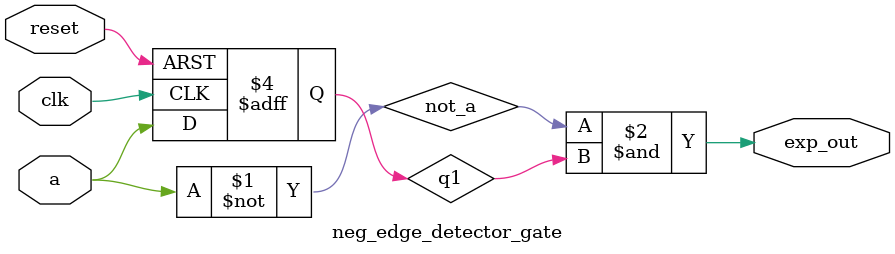
<source format=v>
module neg_edge_detector_gate(
    input clk,
    input reset,
    input a,
    output exp_out
);

    reg q1;
    wire not_a;

    assign not_a = ~a;
    assign exp_out = not_a & q1;

    always @(posedge clk or posedge reset) begin
        if (reset)
            q1 <= 0;
        else
            q1 <= a;
    end

endmodule


</source>
